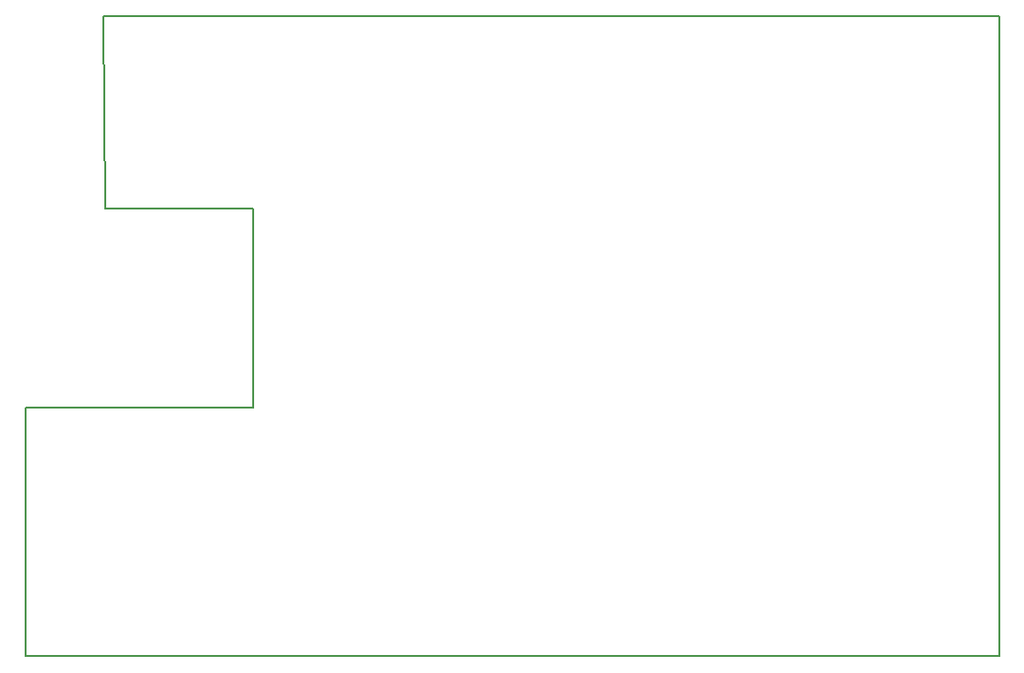
<source format=gbr>
G04 DipTrace 2.4.0.2*
%INBoardOutline.gbr*%
%MOIN*%
%ADD11C,0.0055*%
%FSLAX44Y44*%
G04*
G70*
G90*
G75*
G01*
%LNBoardOutline*%
%LPD*%
X6753Y19690D2*
D11*
X6690Y26440D1*
X38190D1*
Y3940D1*
X3940D1*
Y12690D1*
X11940D1*
Y19690D1*
X6753D1*
M02*

</source>
